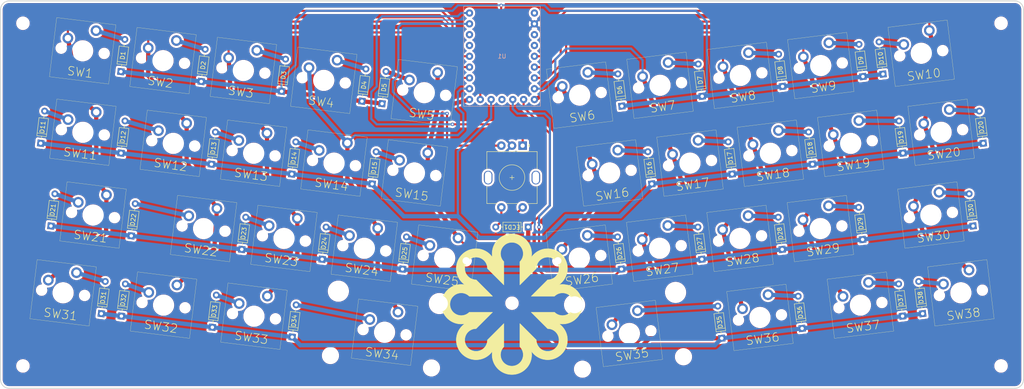
<source format=kicad_pcb>
(kicad_pcb (version 20211014) (generator pcbnew)
  (layers (0 "F.Cu" signal) (31 "B.Cu" signal) (34 "B.Paste" user) (35 "F.Paste" user) (36 "B.SilkS" user "B.Silkscreen") (37 "F.SilkS" user "F.Silkscreen") (38 "B.Mask" user) (39 "F.Mask" user) (44 "Edge.Cuts" user))
  (net 0 "")
  (net 1 "l3")
  (net 2 "Net-(D1-Pad2)")
  (net 3 "Net-(D2-Pad2)")
  (net 4 "Net-(SW3-Pad1)")
  (net 5 "Net-(D5-Pad2)")
  (net 6 "Net-(D7-Pad2)")
  (net 7 "Net-(D9-Pad2)")
  (net 8 "Net-(D10-Pad2)")
  (net 9 "l2")
  (net 10 "Net-(D18-Pad2)")
  (net 11 "Net-(D19-Pad2)")
  (net 12 "Net-(D20-Pad2)")
  (net 13 "l0")
  (net 14 "l1")
  (net 15 "Net-(D22-Pad2)")
  (net 16 "Net-(D23-Pad2)")
  (net 17 "Net-(D24-Pad2)")
  (net 18 "Net-(D25-Pad2)")
  (net 19 "Net-(D26-Pad2)")
  (net 20 "Net-(D27-Pad2)")
  (net 21 "Net-(D29-Pad2)")
  (net 22 "Net-(D30-Pad2)")
  (net 23 "Net-(SW31-Pad1)")
  (net 24 "Net-(D32-Pad2)")
  (net 25 "Net-(D34-Pad2)")
  (net 26 "Net-(D36-Pad2)")
  (net 27 "GND")
  (net 28 "c0")
  (net 29 "c1")
  (net 30 "c2")
  (net 31 "c3")
  (net 32 "c4")
  (net 33 "c5")
  (net 34 "c6")
  (net 35 "c7")
  (net 36 "c8")
  (net 37 "c9")
  (net 38 "Net-(D11-Pad2)")
  (net 39 "Net-(D12-Pad2)")
  (net 42 "Net-(D21-Pad2)")
  (net 43 "Net-(D4-Pad2)")
  (net 46 "Net-(D6-Pad2)")
  (net 47 "Net-(D8-Pad2)")
  (net 48 "Net-(D13-Pad2)")
  (net 49 "Net-(D14-Pad2)")
  (net 50 "Net-(D15-Pad2)")
  (net 51 "Net-(D16-Pad2)")
  (net 52 "Net-(D17-Pad2)")
  (net 53 "Net-(D28-Pad2)")
  (net 54 "Net-(D33-Pad2)")
  (net 55 "Net-(D35-Pad2)")
  (net 56 "Net-(D37-Pad2)")
  (net 57 "Net-(D38-Pad2)")
  (net 58 "Net-(ECD1-Pad2)")
  (net 59 "Net-(U1-Pad0)")
  (net 62 "Net-(U1-Pad1)")
  (footprint "keyb-libs:Diode" (layer "F.Cu") (at 246.367506 127.971245 97)
    (fp_text reference "D38")
    (fp_text value "Diode" hide)
  )
  (footprint "keyb-libs:Diode" (layer "F.Cu") (at 220.520797 92.859448 97)
    (fp_text reference "D18")
    (fp_text value "Diode" hide)
  )
  (footprint "keyb-libs:MX-5pin" (layer "F.Cu") (at 184.655238 112.613025 7)
    (fp_text reference "SW27")
    (fp_text value "key" hide)
  )
  (footprint "keyb-libs:Diode" (layer "F.Cu") (at 114.79688 78.053227 83)
    (fp_text reference "D4")
    (fp_text value "Diode" hide)
  )
  (footprint "MountingHole:MountingHole_2.2mm_M2" (layer "F.Cu") (at 264.757359 59.742641)
    (fp_text reference "H5" hide)
    (fp_text value "MountingHole" hide)
  )
  (footprint "keyb-libs:Diode" (layer "F.Cu") (at 86.592874 112.875584 83)
    (fp_text reference "D23")
    (fp_text value "Diode" hide)
  )
  (footprint "keyb-libs:Diode" (layer "F.Cu") (at 119.511474 78.632106 83)
    (fp_text reference "D5")
    (fp_text value "Diode" hide)
  )
  (footprint "MountingHole:MountingHole_2.2mm_M2" (layer "F.Cu") (at 150 125.51549)
    (fp_text reference "H4" hide)
    (fp_text value "MountingHole" hide)
  )
  (footprint "keyb-libs:MX-5pin" (layer "F.Cu") (at 68.240599 125.972047 -7)
    (fp_text reference "SW32")
    (fp_text value "key" hide)
  )
  (footprint "keyb-libs:Diode" (layer "F.Cu") (at 232.265504 110.560066 97)
    (fp_text reference "D29")
    (fp_text value "Diode" hide)
  )
  (footprint "keyb-libs:MX-5pin" (layer "F.Cu") (at 210.627286 90.281371 7)
    (fp_text reference "SW18")
    (fp_text value "key" hide)
  )
  (footprint "keyb-libs:Diode" (layer "F.Cu") (at 218.079941 131.444521 97)
    (fp_text reference "D36")
    (fp_text value "Diode" hide)
  )
  (footprint "keyb-libs:MX-5pin" (layer "F.Cu") (at 89.372713 90.281371 -7)
    (fp_text reference "SW13")
    (fp_text value "key" hide)
  )
  (footprint "keyb-libs:Diode" (layer "F.Cu") (at 213.407127 112.875584 97)
    (fp_text reference "D28")
    (fp_text value "Diode" hide)
  )
  (footprint "keyb-libs:MX-5pin" (layer "F.Cu") (at 208.18643 128.866444 7)
    (fp_text reference "SW36")
    (fp_text value "key" hide)
  )
  (footprint "keyb-libs:MX-5pin" (layer "F.Cu") (at 134.203138 114.928542 -7)
    (fp_text reference "SW25")
    (fp_text value "key" hide)
  )
  (footprint "keyb-libs:Diode" (layer "F.Cu") (at 117.195957 97.490483 83)
    (fp_text reference "D15")
    (fp_text value "Diode" hide)
  )
  (footprint "keyb-libs:Diode" (layer "F.Cu") (at 232.349062 72.264433 97)
    (fp_text reference "D9")
    (fp_text value "Diode" hide)
  )
  (footprint "keyb-libs:MX-5pin" (layer "F.Cu") (at 191.768909 92.596889 7)
    (fp_text reference "SW17")
    (fp_text value "key" hide)
  )
  (footprint "keyb-libs:MX-5pin" (layer "F.Cu") (at 115.344761 112.613025 -7)
    (fp_text reference "SW24")
    (fp_text value "key" hide)
  )
  (footprint "keyb-libs:Diode" (layer "F.Cu") (at 237.063656 71.685554 97)
    (fp_text reference "D10")
    (fp_text value "Diode" hide)
  )
  (footprint "MountingHole:MountingHole_2.2mm_M2" (layer "F.Cu") (at 35.24264 59.74264)
    (fp_text reference "H3" hide)
    (fp_text value "MountingHole" hide)
  )
  (footprint "keyb-libs:MX-5pin" (layer "F.Cu") (at 129.404985 76.05403 -7)
    (fp_text reference "SW5")
    (fp_text value "key" hide)
  )
  (footprint "keyb-libs:MX-5pin" (layer "F.Cu") (at 222.455551 69.686356 7)
    (fp_text reference "SW9")
    (fp_text value "key" hide)
  )
  (footprint "keyb-libs:Diode" (layer "F.Cu") (at 213.490685 74.579951 97)
    (fp_text reference "D8")
    (fp_text value "Diode" hide)
  )
  (footprint "keyb-libs:Diode" (layer "F.Cu") (at 241.652912 128.550124 97)
    (fp_text reference "D37")
    (fp_text value "Diode" hide)
  )
  (footprint "keyb-libs:MX-5pin_stab" (layer "F.Cu") (at 177.541567 132.62916 7)
    (fp_text reference "SW35")
    (fp_text value "key" hide)
  )
  (footprint "keyb-libs:Diode" (layer "F.Cu") (at 105.451251 115.191101 83)
    (fp_text reference "D24")
    (fp_text value "Diode" hide)
  )
  (footprint "keyb-libs:Diode" (layer "F.Cu") (at 98.33758 95.174966 83)
    (fp_text reference "D14")
    (fp_text value "Diode" hide)
  )
  (footprint "keyb-libs:Diode" (layer "F.Cu") (at 95.938503 75.737709 83)
    (fp_text reference "D3")
    (fp_text value "Diode" hide)
  )
  (footprint "keyb-libs:MX-5pin" (layer "F.Cu") (at 70.514337 87.965854 -7)
    (fp_text reference "SW12")
    (fp_text value "key" hide)
  )
  (footprint "keyb-libs:MX-5pin" (layer "F.Cu") (at 105.832014 73.159633 -7)
    (fp_text reference "SW4")
    (fp_text value "key" hide)
  )
  (footprint "keyb-libs:MX-5pin" (layer "F.Cu") (at 203.597174 72.001874 7)
    (fp_text reference "SW8")
    (fp_text value "key" hide)
  )
  (footprint "keyb-libs:Diode" (layer "F.Cu") (at 260.594848 87.938973 97)
    (fp_text reference "D20")
    (fp_text value "Diode" hide)
  )
  (footprint "keyb-libs:MX-5pin" (layer "F.Cu") (at 222.371992 107.98199 7)
    (fp_text reference "SW29")
    (fp_text value "key" hide)
  )
  (footprint "keyb-libs:Diode" (layer "F.Cu") (at 53.632494 127.971245 83)
    (fp_text reference "D31")
    (fp_text value "Diode" hide)
  )
  (footprint "keyb-libs:MX-5pin" (layer "F.Cu") (at 77.628007 107.98199 -7)
    (fp_text reference "SW22")
    (fp_text value "key" hide)
  )
  (footprint "keyb-libs:MX-5pin" (layer "F.Cu") (at 229.485663 87.965854 7)
    (fp_text reference "SW19")
    (fp_text value "key" hide)
  )
  (footprint "keyb-libs:MX-5pin" (layer "F.Cu") (at 127.089467 94.912406 -7)
    (fp_text reference "SW15")
    (fp_text value "key" hide)
  )
  (footprint "keyb-libs:Diode" (layer "F.Cu") (at 79.68683 131.170315 83)
    (fp_text reference "D33")
    (fp_text value "Diode" hide)
  )
  (footprint "keyb-libs:MX-5pin" (layer "F.Cu") (at 51.697739 104.798153 -7)
    (fp_text reference "SW21")
    (fp_text value "key" hide)
  )
  (footprint "keyb-libs:MX-5pin" (layer "F.Cu") (at 49.256883 66.21308 -7)
    (fp_text reference "SW1")
    (fp_text value "key" hide)
  )
  (footprint "keyb-libs:Diode" (layer "F.Cu") (at 241.736471 90.254491 97)
    (fp_text reference "D19")
    (fp_text value "Diode" hide)
  )
  (footprint "keyb-libs:MX-5pin" (layer "F.Cu") (at 108.23109 92.596889 -7)
    (fp_text reference "SW14")
    (fp_text value "key" hide)
  )
  (footprint "keyb-libs:Diode" (layer "F.Cu") (at 194.54875 115.191101 97)
    (fp_text reference "D27")
    (fp_text value "Diode" hide)
  )
  (footprint "keyb-libs:MX-5pin" (layer "F.Cu") (at 246.028522 66.791959 7)
    (fp_text reference "SW10")
    (fp_text value "key" hide)
  )
  (footprint "keyb-libs:Diode" (layer "F.Cu") (at 58.221749 71.106674 83)
    (fp_text reference "D1")
    (fp_text value "Diode" hide)
  )
  (footprint "keyb-libs:Diode" (layer "F.Cu") (at 175.690373 117.506619 97)
    (fp_text reference "D26")
    (fp_text value "Diode" hide)
  )
  (footprint "keyb-libs:MX-5pin" (layer "F.Cu") (at 172.910532 94.912406 7)
    (fp_text reference "SW16")
    (fp_text value "key" hide)
  )
  (footprint "keyb-libs:MX-5pin" (layer "F.Cu") (at 184.738797 74.317391 7)
    (fp_text reference "SW7")
    (fp_text value "key" hide)
  )
  (footprint "keyb-libs:Diode" (layer "F.Cu") (at 153.81 107.62 180)
    (fp_text reference "ECD1")
    (fp_text value "Diode" hide)
  )
  (footprint "keyb-libs:Diode" (layer "F.Cu") (at 60.662606 109.691747 83)
    (fp_text reference "D22")
    (fp_text value "Diode" hide)
  )
  (footprint "keyb-libs:MX-5pin" (layer "F.Cu") (at 203.513615 110.297507 7)
    (fp_text reference "SW28")
    (fp_text value "key" hide)
  )
  (footprint "keyb-libs:Diode" (layer "F.Cu") (at 201.66242 95.174966 97)
    (fp_text reference "D17")
    (fp_text value "Diode" hide)
  )
  (footprint "keyb-libs:MX-5pin_stab" (layer "F.Cu") (at 120.101135 132.339721 -7)
    (fp_text reference "SW34")
    (fp_text value "key" hide)
  )
  (footprint "keyb-libs:Diode" (layer "F.Cu") (at 39.405152 87.938973 83)
    (fp_text reference "D11")
    (fp_text value "Diode" hide)
  )
  (footprint "keyb-libs:MX-5pin" (layer "F.Cu") (at 250.701337 85.360897 7)
    (fp_text reference "SW20")
    (fp_text value "key" hide)
  )
  (footprint "keyb-libs:MX-5pin" (layer "F.Cu") (at 86.973637 70.844115 -7)
    (fp_text reference "SW3")
    (fp_text value "key" hide)
  )
  (footprint "keyb-libs:Diode" (layer "F.Cu") (at 79.479203 92.859448 83)
    (fp_text reference "D13")
    (fp_text value "Diode" hide)
  )
  (footprint "keyb-libs:Diode" (layer "F.Cu") (at 199.221564 133.760039 97)
    (fp_text reference "D35")
    (fp_text value "Diode" hide)
  )
  (footprint "keyb-libs:Diode" (layer "F.Cu") (at 258.195772 107.37623 97)
    (fp_text reference "D30")
    (fp_text value "Diode" hide)
  )
  (footprint "MountingHole:MountingHole_2.2mm_M2" (layer "F.Cu") (at 35.24264 140.25736)
    (fp_text reference "H1" hide)
    (fp_text value "MountingHole" hide)
  )
  (footprint "keyb-libs:MX-5pin" (layer "F.Cu") (at 68.11526 68.528598 -7)
    (fp_text reference "SW2")
    (fp_text value "key" hide)
  )
  (footprint "keyb-libs:Diode" (layer "F.Cu") (at 98.421139 133.470599 83)
    (fp_text reference "D34")
    (fp_text value "Diode" hide)
  )
  (footprint "keyb-libs:MX-5pin" (layer "F.Cu") (at 96.486384 110.297507 -7)
    (fp_text reference "SW23")
    (fp_text value "key" hide)
  )
  (footprint "keyb-libs:MX-5pin" (layer "F.Cu") (at 49.298663 85.360897 -7)
    (fp_text reference "SW11")
    (fp_text value "key" hide)
  )
  (footprint "keyb-libs:Diode" (layer "F.Cu") (at 124.309628 117.506619 83)
    (fp_text reference "D25")
    (fp_text value "Diode" hide)
  )
  (footprint "keyb-libs:Diode" (layer "F.Cu") (at 58.347088 128.550124 83)
    (fp_text reference "D32")
    (fp_text value "Diode" hide)
  )
  (footprint "keyb-libs:MX-5pin" (layer "F.Cu") (at 44.667628 123.07765 -7)
    (fp_text reference "SW31")
    (fp_text value "key" hide)
  )
  (footprint "MountingHole:MountingHole_2.2mm_M2" (layer "F.Cu") (at 264.7574 140.2574)
    (fp_text reference "H2" hide)
    (fp_text value "MountingHole" hide)
  )
  (footprint "keyb-libs:MX-5pin" (layer "F.Cu") (at 89.456273 128.577005 -7)
    (fp_text reference "SW33")
    (fp_text value "key" hide)
  )
  (footprint "keyb-libs:Diode" (layer "F.Cu") (at 182.804043 97.490483 97)
    (fp_text reference "D16")
    (fp_text value "Diode" hide)
  )
  (footprint "keyb-libs:Diode" (layer "F.Cu") (at 77.080126 73.422192 83)
    (fp_text reference "D2")
    (fp_text value "Diode" hide)
  )
  (footprint "keyb-libs:RotaryEncoder_EC11" (layer "F.Cu") (at 150 96 -90)
    (fp_text reference "EC1")
    (fp_text value "EC11-MX-Alps")
  )
  (footprint "keyb-libs:Diode" (layer "F.Cu") (at 41.804229 107.37623 83)
    (fp_text reference "D21")
    (fp_text value "Diode" hide)
  )
  (footprint "keyb-libs:MX-5pin" (layer "F.Cu") (at 248.30226 104.798153 7)
    (fp_text reference "SW30")
    (fp_text value "key" hide)
  )
  (footprint "keyb-libs:Diode" (layer "F.Cu") (at 175.773932 79.210986 97)
    (fp_text reference "D6")
    (fp_text value "Diode" hide)
  )
  (footprint "keyb-libs:MX-5pin" (layer "F.Cu") (at 255.332372 123.07765 7)
    (fp_text reference "SW38")
    (fp_text value "key" hide)
  )
  (footprint "keyb-libs:Diode" (layer "F.Cu") (at 194.632309 76.895468 97)
    (fp_text reference "D7")
    (fp_text value "Diode" hide)
  )
  (footprint "keyb-libs:MX-5pin" (layer "F.Cu") (at 231.759401 125.972047 7)
    (fp_text reference "SW37")
    (fp_text value "key" hide)
  )
  (footprint "keyb-libs:MX-5pin" (layer "F.Cu") (at 165.880421 76.632909 7)
    (fp_text reference "SW6")
    (fp_text value "key" hide)
  )
  (footprint "keyb-libs:Diode" (layer "F.Cu") (at 58.263529 90.254491 83)
    (fp_text reference "D12")
    (fp_text value "Diode" hide)
  )
  (footprint "keyb-libs:MX-5pin" (layer "F.Cu") (at 165.796861 114.928542 7)
    (fp_text reference "SW26")
    (fp_text value "key" hide)
  )
  (footprint "keyb-libs:RP2040" (layer "B.Cu") (at 147.642703 67.5 180)
    (fp_text reference "U1")
    (fp_text value "RP2040")
  )
  (gr_poly (pts (xy 150.206198 109.243515) (xy 150.435727 109.26034) (xy 150.662892 109.288224) (xy 150.887378 109.327035) (xy 151.108868 109.376644) (xy 151.327047 109.43692) (xy 151.5416 109.507734) (xy 151.752209 109.588954) (xy 151.958559 109.680451) (xy 152.160335 109.782095) (xy 152.357221 109.893755) (xy 152.5489 110.015301) (xy 152.735057 110.146603) (xy 152.915376 110.287531) (xy 153.089541 110.437954) (xy 153.257237 110.597743) (xy 153.458649 110.812294) (xy 153.644079 111.03668) (xy 153.813474 111.270089) (xy 153.96678 111.511705) (xy 154.103945 111.760715) (xy 154.224916 112.016306) (xy 154.329641 112.277664) (xy 154.418066 112.543974) (xy 154.490139 112.814423) (xy 154.545807 113.088198) (xy 154.585017 113.364485) (xy 154.607716 113.64247) (xy 154.613852 113.921338) (xy 154.603372 114.200277) (xy 154.576223 114.478473) (xy 154.532351 114.755112) (xy 154.696953 114.528455) (xy 154.874477 114.312529) (xy 155.06431 114.107868) (xy 155.26584 113.915012) (xy 155.478455 113.734496) (xy 155.701541 113.566859) (xy 155.934487 113.412638) (xy 156.176679 113.272369) (xy 156.427506 113.14659) (xy 156.686354 113.035839) (xy 156.952611 112.940652) (xy 157.225664 112.861568) (xy 157.504901 112.799122) (xy 157.78971 112.753853) (xy 158.079477 112.726297) (xy 158.37359 112.716993) (xy 158.612147 112.723045) (xy 158.847615 112.741007) (xy 159.079698 112.770585) (xy 159.308103 112.811483) (xy 159.532535 112.86341) (xy 159.752702 112.926069) (xy 159.968308 112.999169) (xy 160.17906 113.082414) (xy 160.384663 113.17551) (xy 160.584825 113.278165) (xy 160.77925 113.390083) (xy 160.967645 113.510971) (xy 161.149716 113.640535) (xy 161.325169 113.778481) (xy 161.493709 113.924516) (xy 161.655044 114.078344) (xy 161.808878 114.239672) (xy 161.954918 114.408207) (xy 162.09287 114.583653) (xy 162.22244 114.765719) (xy 162.343334 114.954108) (xy 162.455257 115.148528) (xy 162.557917 115.348684) (xy 162.651018 115.554283) (xy 162.734268 115.765031) (xy 162.807371 115.980633) (xy 162.870034 116.200796) (xy 162.921963 116.425226) (xy 162.962864 116.653628) (xy 162.992443 116.885709) (xy 163.010406 117.121176) (xy 163.016459 117.359733) (xy 163.014131 117.507006) (xy 163.007189 117.653273) (xy 162.995702 117.798458) (xy 162.979735 117.942485) (xy 162.934632 118.22676) (xy 162.872415 118.50549) (xy 162.793619 118.778064) (xy 162.698778 119.043875) (xy 162.588427 119.302312) (xy 162.463101 119.552767) (xy 162.323335 119.79463) (xy 162.169664 120.027292) (xy 162.002623 120.250144) (xy 161.822745 120.462577) (xy 161.630567 120.663981) (xy 161.426623 120.853748) (xy 161.211448 121.031268) (xy 160.985576 121.195932) (xy 161.091948 121.177337) (xy 161.19895 121.161186) (xy 161.306553 121.147491) (xy 161.414734 121.136263) (xy 161.523465 121.127511) (xy 161.632722 121.121246) (xy 161.742478 121.11748) (xy 161.852708 121.116222) (xy 162.084306 121.121858) (xy 162.313851 121.138679) (xy 162.541028 121.166557) (xy 162.765523 121.20536) (xy 162.987019 121.254959) (xy 163.205204 121.315224) (xy 163.419761 121.386026) (xy 163.630375 121.467234) (xy 163.836733 121.558719) (xy 164.038518 121.660351) (xy 164.235417 121.772) (xy 164.427113 121.893536) (xy 164.613293 122.02483) (xy 164.793641 122.165751) (xy 164.967842 122.316171) (xy 165.135582 122.475958) (xy 165.299975 122.648923) (xy 165.453764 122.828124) (xy 165.596947 123.013145) (xy 165.729525 123.20357) (xy 165.851497 123.398984) (xy 165.962863 123.598972) (xy 166.063624 123.803116) (xy 166.153779 124.011002) (xy 166.233328 124.222214) (xy 166.302271 124.436335) (xy 166.360608 124.652951) (xy 166.408339 124.871646) (xy 166.445465 125.092004) (xy 166.471983 125.313609) (xy 166.487896 125.536045) (xy 166.493202 125.758897) (xy 166.487902 125.981749) (xy 166.471996 126.204185) (xy 166.445482 126.42579) (xy 166.408363 126.646147) (xy 166.360636 126.864842) (xy 166.302303 127.081458) (xy 166.233363 127.29558) (xy 166.153816 127.506792) (xy 166.063662 127.714678) (xy 165.9629 127.918822) (xy 165.851532 128.118809) (xy 165.729557 128.314223) (xy 165.596974 128.504649) (xy 165.453784 128.68967) (xy 165.299987 128.868871) (xy 165.135582 129.041836) (xy 164.967843 129.201603) (xy 164.793642 129.352011) (xy 164.613295 129.492928) (xy 164.427116 129.624223) (xy 164.23542 129.745767) (xy 164.038522 129.857427) (xy 163.836736 129.959074) (xy 163.630379 130.050576) (xy 163.419764 130.131803) (xy 163.205207 130.202624) (xy 162.987022 130.262908) (xy 162.765525 130.312525) (xy 162.54103 130.351343) (xy 162.313852 130.379232) (xy 162.084307 130.396062) (xy 161.852708 130.401701) (xy 161.742515 130.400443) (xy 161.632776 130.396675) (xy 161.523522 130.390405) (xy 161.414782 130.381644) (xy 161.306588 130.370401) (xy 161.198969 130.356683) (xy 161.091956 130.3405) (xy 160.985579 130.321862) (xy 161.21147 130.486548) (xy 161.426657 130.664084) (xy 161.630606 130.853862) (xy 161.822782 131.055275) (xy 162.002652 131.267712) (xy 162.169682 131.490567) (xy 162.323338 131.72323) (xy 162.463087 131.965093) (xy 162.588394 132.215548) (xy 162.698725 132.473986) (xy 162.793547 132.739799) (xy 162.872326 133.012378) (xy 162.934527 133.291116) (xy 162.979618 133.575403) (xy 163.007064 133.864631) (xy 163.016331 134.158192) (xy 163.010279 134.396749) (xy 162.992317 134.632214) (xy 162.962739 134.864294) (xy 162.921841 135.092694) (xy 162.869914 135.317121) (xy 162.807254 135.537281) (xy 162.734155 135.752879) (xy 162.65091 135.963622) (xy 162.557813 136.169216) (xy 162.455159 136.369368) (xy 162.343241 136.563782) (xy 162.222352 136.752166) (xy 162.092788 136.934226) (xy 161.954842 137.109667) (xy 161.808808 137.278195) (xy 161.65498 137.439517) (xy 161.493652 137.59334) (xy 161.325117 137.739368) (xy 161.14967 137.877308) (xy 160.967605 138.006866) (xy 160.779216 138.127749) (xy 160.584796 138.239662) (xy 160.38464 138.342311) (xy 160.179041 138.435403) (xy 159.968294 138.518643) (xy 159.752691 138.591739) (xy 159.532529 138.654395) (xy 159.308099 138.706319) (xy 159.079697 138.747215) (xy 158.847616 138.77679) (xy 158.61215 138.794751) (xy 158.373593 138.800804) (xy 158.226031 138.798466) (xy 158.07948 138.791498) (xy 157.934014 138.779966) (xy 157.789712 138.763938) (xy 157.504904 138.718663) (xy 157.225666 138.65621) (xy 156.952613 138.577118) (xy 156.686356 138.481923) (xy 156.427508 138.371164) (xy 156.176681 138.245378) (xy 155.934489 138.105104) (xy 155.701543 137.950879) (xy 155.478456 137.783242) (xy 155.265842 137.602729) (xy 155.064311 137.409879) (xy 154.874478 137.20523) (xy 154.696954 136.989319) (xy 154.532353 136.762684) (xy 154.576224 137.039322) (xy 154.603374 137.317518) (xy 154.613855 137.596457) (xy 154.60772 137.875325) (xy 154.585022 138.15331) (xy 154.545815 138.429596) (xy 154.490151 138.703371) (xy 154.418084 138.97382) (xy 154.329665 139.240131) (xy 154.224949 139.501488) (xy 154.103988 139.757079) (xy 153.966836 140.006089) (xy 153.813544 140.247705) (xy 153.644167 140.481113) (xy 153.458757 140.7055) (xy 153.257367 140.920051) (xy 153.089627 141.07984) (xy 152.915426 141.230263) (xy 152.735077 141.371191) (xy 152.548897 141.502493) (xy 152.357198 141.62404) (xy 152.160297 141.7357) (xy 151.958508 141.837343) (xy 151.752145 141.92884) (xy 151.541523 142.010061) (xy 151.326958 142.080874) (xy 151.108763 142.14115) (xy 150.887253 142.190759) (xy 150.662743 142.229571) (xy 150.435549 142.257454) (xy 150.205983 142.27428) (xy 149.974362 142.279917) (xy 149.742787 142.27428) (xy 149.513261 142.257454) (xy 149.286101 142.229571) (xy 149.061622 142.190759) (xy 148.840137 142.14115) (xy 148.621963 142.080874) (xy 148.407415 142.010061) (xy 148.196807 141.92884) (xy 147.990455 141.837343) (xy 147.788674 141.7357) (xy 147.591778 141.62404) (xy 147.400084 141.502493) (xy 147.213906 141.371191) (xy 147.033558 141.230263) (xy 146.859358 141.07984) (xy 146.691618 140.920051) (xy 146.490205 140.705523) (xy 146.304775 140.481156) (xy 146.135381 140.247765) (xy 145.982074 140.006163) (xy 145.844909 139.757163) (xy 145.723938 139.50158) (xy 145.619213 139.240227) (xy 145.530787 138.973919) (xy 145.458714 138.703468) (xy 145.403046 138.429688) (xy 145.363836 138.153394) (xy 145.341137 137.875399) (xy 145.335001 137.596517) (xy 145.345481 137.317561) (xy 145.37263 137.039346) (xy 145.416501 136.762684) (xy 145.251921 136.989319) (xy 145.074413 137.20523) (xy 144.884591 137.409879) (xy 144.683066 137.602729) (xy 144.470452 137.783242) (xy 144.247362 137.950879) (xy 144.014409 138.105104) (xy 143.772206 138.245378) (xy 143.521366 138.371164) (xy 143.262501 138.481923) (xy 142.996226 138.577118) (xy 142.723152 138.65621) (xy 142.443893 138.718663) (xy 142.159062 138.763938) (xy 141.869271 138.791498) (xy 141.575134 138.800804) (xy 141.336577 138.794751) (xy 141.101112 138.776789) (xy 140.869032 138.747212) (xy 140.640632 138.706313) (xy 140.416206 138.654387) (xy 140.196046 138.591728) (xy 139.980448 138.518629) (xy 139.769705 138.435384) (xy 139.56411 138.342289) (xy 139.363959 138.239635) (xy 139.169545 138.127718) (xy 138.981161 138.006831) (xy 138.799101 137.877269) (xy 138.62366 137.739325) (xy 138.455132 137.593294) (xy 138.29381 137.439468) (xy 138.139987 137.278143) (xy 137.993959 137.109612) (xy 137.856019 136.934169) (xy 137.726461 136.752109) (xy 137.605578 136.563724) (xy 137.493665 136.36931) (xy 137.391016 136.169159) (xy 137.297924 135.963567) (xy 137.214683 135.752826) (xy 137.141588 135.537232) (xy 137.078931 135.317077) (xy 137.027008 135.092656) (xy 136.986112 134.864264) (xy 136.956536 134.632193) (xy 136.938575 134.396737) (xy 136.932523 134.158192) (xy 136.934851 134.010919) (xy 136.94179 133.864652) (xy 136.953274 133.719467) (xy 136.969236 133.575439) (xy 137.014326 133.291163) (xy 137.076527 133.012432) (xy 137.155303 132.739855) (xy 137.250123 132.474042) (xy 137.36045 132.2156) (xy 137.485751 131.96514) (xy 137.625493 131.72327) (xy 137.779141 131.490599) (xy 137.946161 131.267737) (xy 138.126018 131.055291) (xy 138.31818 130.853872) (xy 138.522112 130.664088) (xy 138.737279 130.486549) (xy 138.963148 130.321862) (xy 138.856776 130.3405) (xy 138.749775 130.356683) (xy 138.642172 130.370401) (xy 138.533991 130.381644) (xy 138.42526 130.390405) (xy 138.316004 130.396675) (xy 138.206248 130.400443) (xy 138.096018 130.401701) (xy 137.864442 130.396062) (xy 137.634917 130.379232) (xy 137.407757 130.351343) (xy 137.183277 130.312525) (xy 136.961792 130.262908) (xy 136.743618 130.202624) (xy 136.529069 130.131803) (xy 136.318461 130.050576) (xy 136.112109 129.959074) (xy 135.910328 129.857427) (xy 135.713432 129.745767) (xy 135.521738 129.624223) (xy 135.33556 129.492928) (xy 135.155213 129.352011) (xy 134.981012 129.201603) (xy 134.813272 129.041836) (xy 134.653484 128.874075) (xy 134.50306 128.699858) (xy 134.362132 128.519499) (xy 134.23083 128.333311) (xy 134.109284 128.14161) (xy 133.997624 127.94471) (xy 133.895981 127.742924) (xy 133.804484 127.536566) (xy 133.723263 127.325951) (xy 133.65245 127.111393) (xy 133.592174 126.893206) (xy 133.542565 126.671705) (xy 133.503754 126.447202) (xy 133.47587 126.220014) (xy 133.459044 125.990452) (xy 133.45341 125.758961) (xy 135.432356 125.758961) (xy 135.435402 125.886699) (xy 135.44454 126.014201) (xy 135.459771 126.14123) (xy 135.481093 126.26755) (xy 135.508508 126.392923) (xy 135.542015 126.517113) (xy 135.581614 126.639884) (xy 135.627305 126.760999) (xy 135.679089 126.880221) (xy 135.736964 126.997315) (xy 135.800932 127.112043) (xy 135.870992 127.224169) (xy 135.947144 127.333456) (xy 136.029389 127.439668) (xy 136.117725 127.542568) (xy 136.212154 127.64192) (xy 136.311505 127.736349) (xy 136.414406 127.824685) (xy 136.520618 127.906929) (xy 136.629905 127.983082) (xy 136.742031 128.053142) (xy 136.856759 128.117109) (xy 136.973853 128.174985) (xy 137.093075 128.226768) (xy 137.21419 128.27246) (xy 137.336961 128.312059) (xy 137.461151 128.345566) (xy 137.586525 128.372981) (xy 137.712844 128.394303) (xy 137.839873 128.409534) (xy 137.967375 128.418672) (xy 138.095113 128.421718) (xy 138.222852 128.418672) (xy 138.350354 128.409534) (xy 138.477383 128.394303) (xy 138.603702 128.372981) (xy 138.729076 128.345566) (xy 138.853266 128.312059) (xy 138.976037 128.27246) (xy 139.097152 128.226768) (xy 139.216374 128.174985) (xy 139.333468 128.117109) (xy 139.448196 128.053142) (xy 139.560322 127.983082) (xy 139.669609 127.906929) (xy 139.775821 127.824685) (xy 139.878722 127.736349) (xy 139.978074 127.64192) (xy 145.42774 127.64192) (xy 141.574358 131.495303) (xy 141.437335 131.498767) (xy 141.30211 131.509049) (xy 141.168851 131.525981) (xy 141.037725 131.549396) (xy 140.9089 131.579126) (xy 140.782542 131.615005) (xy 140.65882 131.656864) (xy 140.537901 131.704538) (xy 140.419951 131.757858) (xy 140.305138 131.816657) (xy 140.19363 131.880768) (xy 140.085593 131.950024) (xy 139.981196 132.024257) (xy 139.880605 132.103301) (xy 139.783988 132.186987) (xy 139.691511 132.275149) (xy 139.603343 132.367619) (xy 139.519651 132.464231) (xy 139.440602 132.564816) (xy 139.366363 132.669207) (xy 139.297102 132.777238) (xy 139.232985 132.888741) (xy 139.174181 133.003549) (xy 139.120856 133.121494) (xy 139.073178 133.242409) (xy 139.031315 133.366127) (xy 138.995433 133.492481) (xy 138.965699 133.621304) (xy 138.942282 133.752427) (xy 138.925349 133.885684) (xy 138.915066 134.020908) (xy 138.911601 134.157931) (xy 138.915066 134.294966) (xy 138.925349 134.430203) (xy 138.942282 134.563472) (xy 138.965699 134.694608) (xy 138.995432 134.823442) (xy 139.031314 134.949808) (xy 139.073177 135.073537) (xy 139.120854 135.194464) (xy 139.174178 135.312421) (xy 139.232981 135.427239) (xy 139.297096 135.538753) (xy 139.366356 135.646795) (xy 139.440593 135.751196) (xy 139.51964 135.851791) (xy 139.60333 135.948412) (xy 139.691495 136.040892) (xy 139.783968 136.129062) (xy 139.880582 136.212757) (xy 139.981169 136.291808) (xy 140.085562 136.366049) (xy 140.193593 136.435312) (xy 140.305096 136.49943) (xy 140.419903 136.558235) (xy 140.537846 136.61156) (xy 140.658759 136.659239) (xy 140.782473 136.701103) (xy 140.908822 136.736985) (xy 141.037639 136.766718) (xy 141.168755 136.790136) (xy 141.302003 136.807069) (xy 141.437217 136.817352) (xy 141.574229 136.820817) (xy 141.711264 136.817352) (xy 141.8465 136.807069) (xy 141.97977 136.790136) (xy 142.110905 136.766719) (xy 142.239739 136.736985) (xy 142.366105 136.701103) (xy 142.489835 136.65924) (xy 142.610761 136.611562) (xy 142.728718 136.558238) (xy 142.843537 136.499434) (xy 142.95505 136.435317) (xy 143.063092 136.366056) (xy 143.167494 136.291817) (xy 143.268089 136.212768) (xy 143.36471 136.129076) (xy 143.457189 136.040908) (xy 143.54536 135.948432) (xy 143.629054 135.851815) (xy 143.708106 135.751224) (xy 143.782347 135.646827) (xy 143.85161 135.53879) (xy 143.915727 135.427282) (xy 143.974533 135.312469) (xy 144.027858 135.19452) (xy 144.075536 135.0736) (xy 144.117401 134.949878) (xy 144.153283 134.823521) (xy 144.183016 134.694695) (xy 144.206434 134.56357) (xy 144.223367 134.430311) (xy 144.23365 134.295086) (xy 144.237115 134.158062) (xy 148.090626 130.304421) (xy 148.090626 135.754218) (xy 147.996186 135.853559) (xy 147.907839 135.956449) (xy 147.825584 136.062653) (xy 147.749423 136.171933) (xy 147.679354 136.284052) (xy 147.615378 136.398775) (xy 147.557495 136.515865) (xy 147.505706 136.635084) (xy 147.460009 136.756196) (xy 147.420405 136.878965) (xy 147.386894 137.003154) (xy 147.359475 137.128527) (xy 147.33815 137.254845) (xy 147.322918 137.381874) (xy 147.313778 137.509376) (xy 147.310732 137.637115) (xy 147.313778 137.764854) (xy 147.322918 137.892356) (xy 147.33815 138.019384) (xy 147.359475 138.145703) (xy 147.386894 138.271075) (xy 147.420405 138.395264) (xy 147.460009 138.518033) (xy 147.505706 138.639146) (xy 147.557495 138.758365) (xy 147.615378 138.875454) (xy 147.679354 138.990177) (xy 147.749423 139.102297) (xy 147.825584 139.211577) (xy 147.907839 139.31778) (xy 147.996186 139.420671) (xy 148.090626 139.520011) (xy 148.189978 139.614451) (xy 148.292878 139.702798) (xy 148.399091 139.785053) (xy 148.508378 139.861214) (xy 148.620504 139.931282) (xy 148.735232 139.995258) (xy 148.852326 140.053141) (xy 148.971548 140.10493) (xy 149.092663 140.150627) (xy 149.215434 140.190231) (xy 149.339625 140.223742) (xy 149.464998 140.25116) (xy 149.591317 140.272485) (xy 149.718346 140.287717) (xy 149.845848 140.296857) (xy 149.973587 140.299903) (xy 150.101325 140.296857) (xy 150.228827 140.287717) (xy 150.355856 140.272485) (xy 150.482175 140.25116) (xy 150.607548 140.223742) (xy 150.731739 140.190231) (xy 150.85451 140.150627) (xy 150.975625 140.10493) (xy 151.094847 140.053141) (xy 151.211941 139.995258) (xy 151.326669 139.931282) (xy 151.438795 139.861214) (xy 151.548082 139.785053) (xy 151.654294 139.702798) (xy 151.757194 139.614451) (xy 151.856546 139.520011) (xy 151.950974 139.420659) (xy 152.039311 139.317759) (xy 152.121555 139.211547) (xy 152.197707 139.102259) (xy 152.267767 138.990133) (xy 152.331735 138.875405) (xy 152.38961 138.758311) (xy 152.441393 138.639088) (xy 152.487085 138.517973) (xy 152.526684 138.395202) (xy 152.560191 138.271012) (xy 152.587605 138.145639) (xy 152.608928 138.019319) (xy 152.624158 137.89229) (xy 152.633297 137.764788) (xy 152.636343 137.63705) (xy 152.633297 137.509311) (xy 152.624158 137.381809) (xy 152.608928 137.25478) (xy 152.587605 137.128461) (xy 152.560191 137.003088) (xy 152.526684 136.878897) (xy 152.487085 136.756126) (xy 152.441393 136.635011) (xy 152.38961 136.515789) (xy 152.331735 136.398695) (xy 152.267767 136.283967) (xy 152.197707 136.171841) (xy 152.121555 136.062554) (xy 152.039311 135.956342) (xy 151.950974 135.853442) (xy 151.856546 135.75409) (xy 151.856546 130.304424) (xy 155.710057 134.158064) (xy 155.713521 134.295087) (xy 155.723803 134.430311) (xy 155.740735 134.563568) (xy 155.76415 134.694691) (xy 155.79388 134.823513) (xy 155.829759 134.949867) (xy 155.871619 135.073585) (xy 155.919292 135.194501) (xy 155.972612 135.312446) (xy 156.031411 135.427253) (xy 156.095522 135.538756) (xy 156.164778 135.646787) (xy 156.239011 135.751179) (xy 156.318055 135.851764) (xy 156.401741 135.948375) (xy 156.489903 136.040846) (xy 156.582373 136.129008) (xy 156.678985 136.212694) (xy 156.77957 136.291737) (xy 156.883961 136.365971) (xy 156.991992 136.435226) (xy 157.103495 136.499338) (xy 157.218303 136.558137) (xy 157.336248 136.611457) (xy 157.457163 136.65913) (xy 157.580881 136.70099) (xy 157.707235 136.736868) (xy 157.836058 136.766599) (xy 157.967181 136.790014) (xy 158.100438 136.806946) (xy 158.235662 136.817227) (xy 158.372685 136.820692) (xy 158.50972 136.817227) (xy 158.644956 136.806946) (xy 158.778226 136.790014) (xy 158.909361 136.766599) (xy 159.038195 136.736868) (xy 159.164561 136.70099) (xy 159.288291 136.65913) (xy 159.409218 136.611457) (xy 159.527174 136.558137) (xy 159.641993 136.499338) (xy 159.753507 136.435226) (xy 159.861548 136.365971) (xy 159.96595 136.291737) (xy 160.066545 136.212694) (xy 160.163166 136.129008) (xy 160.255646 136.040846) (xy 160.343817 135.948375) (xy 160.427511 135.851764) (xy 160.506563 135.751179) (xy 160.580804 135.646787) (xy 160.650067 135.538756) (xy 160.714184 135.427253) (xy 160.77299 135.312446) (xy 160.826315 135.194501) (xy 160.873994 135.073585) (xy 160.915858 134.949867) (xy 160.95174 134.823513) (xy 160.981474 134.694691) (xy 161.004891 134.563568) (xy 161.021825 134.430311) (xy 161.032108 134.295087) (xy 161.035573 134.158064) (xy 161.032108 134.021029) (xy 161.021825 133.885794) (xy 161.004891 133.752526) (xy 160.981474 133.621393) (xy 160.951741 133.492562) (xy 160.915859 133.3662) (xy 160.873995 133.242474) (xy 160.826317 133.121552) (xy 160.772993 133.0036) (xy 160.714188 132.888786) (xy 160.650072 132.777278) (xy 160.580811 132.669242) (xy 160.506572 132.564846) (xy 160.427522 132.464257) (xy 160.34383 132.367642) (xy 160.255662 132.275168) (xy 160.163186 132.187003) (xy 160.066569 132.103315) (xy 159.965978 132.024269) (xy 159.86158 131.950034) (xy 159.753544 131.880777) (xy 159.642036 131.816664) (xy 159.527223 131.757864) (xy 159.409273 131.704543) (xy 159.288354 131.656869) (xy 159.164632 131.615009) (xy 159.038274 131.57913) (xy 158.909449 131.549399) (xy 158.778323 131.525984) (xy 158.645064 131.509052) (xy 158.50984 131.49877) (xy 158.372816 131.495306) (xy 154.519046 127.641665) (xy 159.968971 127.641665) (xy 160.068323 127.736117) (xy 160.171223 127.824476) (xy 160.277435 127.90674) (xy 160.386722 127.982911) (xy 160.498847 128.052989) (xy 160.613574 128.116972) (xy 160.730667 128.174862) (xy 160.849888 128.226659) (xy 160.971001 128.272361) (xy 161.09377 128.31197) (xy 161.217958 128.345486) (xy 161.343328 128.372907) (xy 161.469643 128.394235) (xy 161.596668 128.409469) (xy 161.724165 128.41861) (xy 161.851898 128.421657) (xy 161.97963 128.41861) (xy 162.107125 128.409469) (xy 162.234146 128.394235) (xy 162.360456 128.372907) (xy 162.485819 128.345486) (xy 162.609999 128.31197) (xy 162.732758 128.272361) (xy 162.85386 128.226659) (xy 162.973068 128.174862) (xy 163.090146 128.116972) (xy 163.204858 128.052989) (xy 163.316966 127.982911) (xy 163.426234 127.90674) (xy 163.532426 127.824476) (xy 163.635304 127.736117) (xy 163.734633 127.641665) (xy 163.829085 127.542325) (xy 163.917443 127.439434) (xy 163.999707 127.333231) (xy 164.075878 127.223951) (xy 164.145956 127.111832) (xy 164.209939 126.997109) (xy 164.267829 126.88002) (xy 164.319625 126.760801) (xy 164.365328 126.639688) (xy 164.404937 126.516919) (xy 164.438452 126.392731) (xy 164.465874 126.267359) (xy 164.487201 126.14104) (xy 164.502436 126.014011) (xy 164.511576 125.886509) (xy 164.514623 125.758771) (xy 164.511576 125.631032) (xy 164.502436 125.50353) (xy 164.487201 125.376502) (xy 164.465874 125.250183) (xy 164.438452 125.124811) (xy 164.404937 125.000622) (xy 164.365328 124.877853) (xy 164.319625 124.75674) (xy 164.267829 124.637521) (xy 164.209939 124.520432) (xy 164.145956 124.405709) (xy 164.075878 124.293589) (xy 163.999707 124.18431) (xy 163.917443 124.078106) (xy 163.829085 123.975216) (xy 163.734633 123.875875) (xy 163.734633 123.876002) (xy 163.635292 123.781573) (xy 163.532403 123.693237) (xy 163.426202 123.610993) (xy 163.316924 123.534841) (xy 163.204807 123.464781) (xy 163.090088 123.400813) (xy 162.973003 123.342938) (xy 162.853788 123.291154) (xy 162.73268 123.245463) (xy 162.609916 123.205864) (xy 162.485733 123.172357) (xy 162.360366 123.144942) (xy 162.234053 123.12362) (xy 162.107031 123.108389) (xy 161.979535 123.099251) (xy 161.851802 123.096205) (xy 161.72407 123.099251) (xy 161.596574 123.108389) (xy 161.469551 123.12362) (xy 161.343238 123.144942) (xy 161.217872 123.172357) (xy 161.093689 123.205864) (xy 160.970925 123.245463) (xy 160.849817 123.291154) (xy 160.730603 123.342938) (xy 160.613517 123.400813) (xy 160.498798 123.464781) (xy 160.386682 123.534841) (xy 160.277404 123.610993) (xy 160.171203 123.693237) (xy 160.068314 123.781573) (xy 159.968974 123.876002) (xy 154.519177 123.876002) (xy 158.372818 120.022491) (xy 158.509841 120.019026) (xy 158.645065 120.008743) (xy 158.778322 119.99181) (xy 158.909445 119.968392) (xy 159.038268 119.938659) (xy 159.164622 119.902777) (xy 159.28834 119.860914) (xy 159.409255 119.813236) (xy 159.5272 119.759911) (xy 159.642008 119.701107) (xy 159.753511 119.636991) (xy 159.861542 119.567729) (xy 159.965933 119.49349) (xy 160.066518 119.414441) (xy 160.163129 119.330749) (xy 160.255599 119.242581) (xy 160.343761 119.150105) (xy 160.427447 119.053487) (xy 160.506491 118.952896) (xy 160.580724 118.848499) (xy 160.64998 118.740462) (xy 160.714091 118.628954) (xy 160.77289 118.514141) (xy 160.82621 118.396192) (xy 160.873883 118.275272) (xy 160.915743 118.15155) (xy 160.951621 118.025192) (xy 160.981351 117.896367) (xy 161.004766 117.765241) (xy 161.021698 117.631982) (xy 161.03198 117.496757) (xy 161.035444 117.359734) (xy 161.03198 117.22271) (xy 161.021698 117.087484) (xy 161.004766 116.954223) (xy 160.981351 116.823095) (xy 160.951621 116.694267) (xy 160.915743 116.567906) (xy 160.873883 116.44418) (xy 160.82621 116.323256) (xy 160.77289 116.205302) (xy 160.714091 116.090484) (xy 160.64998 115.97897) (xy 160.580724 115.870928) (xy 160.506491 115.766525) (xy 160.427447 115.665928) (xy 160.343761 115.569305) (xy 160.255599 115.476822) (xy 160.163129 115.388648) (xy 160.066518 115.30495) (xy 159.965933 115.225895) (xy 159.861542 115.15165) (xy 159.753511 115.082383) (xy 159.642008 115.018261) (xy 159.5272 114.959452) (xy 159.409255 114.906123) (xy 159.28834 114.858441) (xy 159.164622 114.816573) (xy 159.038268 114.780688) (xy 158.909445 114.750951) (xy 158.778322 114.727532) (xy 158.645065 114.710597) (xy 158.509841 114.700313) (xy 158.372818 114.696847) (xy 158.235783 114.700313) (xy 158.100548 114.710597) (xy 157.96728 114.727532) (xy 157.836147 114.750951) (xy 157.707316 114.780688) (xy 157.580953 114.816573) (xy 157.457227 114.858441) (xy 157.336305 114.906123) (xy 157.218353 114.959452) (xy 157.10354 115.018261) (xy 156.992031 115.082383) (xy 156.883995 115.15165) (xy 156.779599 115.225895) (xy 156.67901 115.30495) (xy 156.582395 115.388648) (xy 156.489922 115.476822) (xy 156.401757 115.569305) (xy 156.318068 115.665928) (xy 156.239023 115.766525) (xy 156.164788 115.870928) (xy 156.09553 115.97897) (xy 156.031418 116.090484) (xy 155.972618 116.205302) (xy 155.919297 116.323256) (xy 155.871623 116.44418) (xy 155.829763 116.567906) (xy 155.793884 116.694267) (xy 155.764153 116.823095) (xy 155.740738 116.954223) (xy 155.723806 117.087484) (xy 155.713524 117.22271) (xy 155.71006 117.359734) (xy 151.856419 121.213374) (xy 151.856419 115.763448) (xy 151.950859 115.664108) (xy 152.039207 115.561218) (xy 152.121461 115.455017) (xy 152.197623 115.345739) (xy 152.267691 115.233622) (xy 152.331667 115.118903) (xy 152.38955 115.001818) (xy 152.44134 114.882603) (xy 152.487037 114.761495) (xy 152.526641 114.638731) (xy 152.560152 114.514548) (xy 152.58757 114.389181) (xy 152.608895 114.262868) (xy 152.624127 114.135845) (xy 152.633267 114.00835) (xy 152.636313 113.880617) (xy 152.633267 113.752884) (xy 152.624127 113.625388) (xy 152.608895 113.498366) (xy 152.58757 113.372053) (xy 152.560152 113.246686) (xy 152.526641 113.122503) (xy 152.487037 112.999739) (xy 152.44134 112.878631) (xy 152.38955 112.759416) (xy 152.331667 112.642331) (xy 152.267691 112.527611) (xy 152.197623 112.415495) (xy 152.121461 112.306217) (xy 152.039207 112.200016) (xy 151.950859 112.097126) (xy 151.856419 111.997786) (xy 151.757067 111.903334) (xy 151.654167 111.814976) (xy 151.547955 111.732711) (xy 151.438668 111.65654) (xy 151.326542 111.586463) (xy 151.211814 111.522479) (xy 151.094721 111.464589) (xy 150.975499 111.412793) (xy 150.854385 111.36709) (xy 150.731615 111.327481) (xy 150.607426 111.293966) (xy 150.482055 111.266544) (xy 150.355737 111.245217) (xy 150.228711 111.229982) (xy 150.101211 111.220842) (xy 149.973475 111.217795) (xy 149.84574 111.220842) (xy 149.718242 111.229982) (xy 149.591217 111.245217) (xy 149.464902 111.266544) (xy 149.339534 111.293966) (xy 149.215349 111.327481) (xy 149.092584 111.36709) (xy 148.971475 111.412793) (xy 148.85226 111.464589) (xy 148.735174 111.522479) (xy 148.620454 111.586463) (xy 148.508337 111.65654) (xy 148.399059 111.732711) (xy 148.292857 111.814976) (xy 148.189968 111.903334) (xy 148.090628 111.997786) (xy 147.996187 112.097138) (xy 147.90784 112.200038) (xy 147.825586 112.30625) (xy 147.749424 112.415537) (xy 147.679355 112.527663) (xy 147.61538 112.64239) (xy 147.557497 112.759483) (xy 147.505707 112.878704) (xy 147.46001 112.999817) (xy 147.420406 113.122586) (xy 147.386895 113.246774) (xy 147.359477 113.372144) (xy 147.338152 113.498459) (xy 147.32292 113.625484) (xy 147.31378 113.752981) (xy 147.310734 113.880714) (xy 147.313781 114.008446) (xy 147.32292 114.135941) (xy 147.338152 114.262962) (xy 147.359478 114.389272) (xy 147.386896 114.514635) (xy 147.420407 114.638815) (xy 147.460011 114.761574) (xy 147.505708 114.882676) (xy 147.557498 115.001884) (xy 147.61538 115.118962) (xy 147.679356 115.233674) (xy 147.749424 115.345782) (xy 147.825586 115.45505) (xy 147.90784 115.561241) (xy 147.996188 115.664119) (xy 148.090628 115.763448) (xy 148.090628 121.213374) (xy 144.237117 117.359603) (xy 144.233652 117.222592) (xy 144.223369 117.087378) (xy 144.206435 116.954129) (xy 144.183018 116.823013) (xy 144.153285 116.694196) (xy 144.117403 116.567847) (xy 144.075539 116.444133) (xy 144.027861 116.32322) (xy 143.974537 116.205277) (xy 143.915733 116.09047) (xy 143.851616 115.978968) (xy 143.782355 115.870936) (xy 143.708116 115.766543) (xy 143.629066 115.665956) (xy 143.545374 115.569343) (xy 143.457206 115.47687) (xy 143.36473 115.388705) (xy 143.268113 115.305015) (xy 143.167522 115.225968) (xy 143.063124 115.151731) (xy 142.955088 115.082471) (xy 142.843579 115.018356) (xy 142.728767 114.959552) (xy 142.610817 114.906229) (xy 142.489897 114.858552) (xy 142.366175 114.816688) (xy 142.239818 114.780807) (xy 142.110992 114.751074) (xy 141.979866 114.727657) (xy 141.846607 114.710723) (xy 141.711382 114.70044) (xy 141.574359 114.696975) (xy 141.437335 114.70044) (xy 141.30211 114.710723) (xy 141.168851 114.727657) (xy 141.037726 114.751074) (xy 140.9089 114.780807) (xy 140.782543 114.816688) (xy 140.658821 114.858552) (xy 140.537901 114.906229) (xy 140.419952 114.959552) (xy 140.305139 115.018356) (xy 140.193631 115.082471) (xy 140.085594 115.151731) (xy 139.981197 115.225968) (xy 139.880606 115.305015) (xy 139.783988 115.388705) (xy 139.691512 115.47687) (xy 139.603344 115.569343) (xy 139.519652 115.665956) (xy 139.440603 115.766543) (xy 139.366364 115.870936) (xy 139.297102 115.978968) (xy 139.232986 116.09047) (xy 139.174182 116.205277) (xy 139.120857 116.32322) (xy 139.073179 116.444133) (xy 139.031316 116.567847) (xy 138.995434 116.694196) (xy 138.9657 116.823013) (xy 138.942283 116.954129) (xy 138.925349 117.087378) (xy 138.915067 117.222592) (xy 138.911602 117.359603) (xy 138.915067 117.496639) (xy 138.925349 117.631875) (xy 138.942283 117.765144) (xy 138.9657 117.896279) (xy 138.995433 118.025113) (xy 139.031315 118.151479) (xy 139.073178 118.275209) (xy 139.120855 118.396136) (xy 139.174179 118.514092) (xy 139.232982 118.628911) (xy 139.297097 118.740425) (xy 139.366357 118.848466) (xy 139.440594 118.952868) (xy 139.519641 119.053463) (xy 139.603331 119.150084) (xy 139.691496 119.242564) (xy 139.783969 119.330734) (xy 139.880583 119.414429) (xy 139.98117 119.493481) (xy 140.085563 119.567721) (xy 140.193594 119.636984) (xy 140.305097 119.701102) (xy 140.419904 119.759907) (xy 140.537847 119.813233) (xy 140.658759 119.860911) (xy 140.782474 119.902775) (xy 140.908823 119.938658) (xy 141.037639 119.968391) (xy 141.168755 119.991809) (xy 141.302004 120.008742) (xy 141.437218 120.019025) (xy 141.57423 120.02249) (xy 145.428 123.876) (xy 139.978074 123.876) (xy 139.878722 123.781561) (xy 139.775821 123.693214) (xy 139.669609 123.610962) (xy 139.560322 123.534802) (xy 139.448196 123.464737) (xy 139.333468 123.400764) (xy 139.216374 123.342885) (xy 139.097152 123.291099) (xy 138.976037 123.245406) (xy 138.853266 123.205806) (xy 138.729076 123.172299) (xy 138.603702 123.144884) (xy 138.477383 123.123563) (xy 138.350354 123.108335) (xy 138.222852 123.099199) (xy 138.095113 123.096155) (xy 137.967375 123.099205) (xy 137.839873 123.108346) (xy 137.712844 123.12358) (xy 137.586525 123.144907) (xy 137.461151 123.172326) (xy 137.336961 123.205837) (xy 137.21419 123.24544) (xy 137.093075 123.291135) (xy 136.973853 123.342922) (xy 136.856759 123.400801) (xy 136.742031 123.464771) (xy 136.629905 123.534834) (xy 136.520618 123.610988) (xy 136.414406 123.693234) (xy 136.311505 123.781571) (xy 136.212154 123.876) (xy 136.117725 123.975352) (xy 136.029389 124.078253) (xy 135.947144 124.184465) (xy 135.870992 124.293752) (xy 135.800932 124.405878) (xy 135.736964 124.520606) (xy 135.679089 124.6377) (xy 135.627305 124.756922) (xy 135.581614 124.878037) (xy 135.542015 125.000808) (xy 135.508508 125.124999) (xy 135.481093 125.250372) (xy 135.459771 125.376691) (xy 135.44454 125.50372) (xy 135.435402 125.631222) (xy 135.432356 125.758961) (xy 133.45341 125.758961) (xy 133.453407 125.758833) (xy 133.459045 125.527257) (xy 133.47587 125.297732) (xy 133.503755 125.070571) (xy 133.542567 124.846091) (xy 133.592178 124.624607) (xy 133.652457 124.406433) (xy 133.723274 124.191884) (xy 133.8045 123.981276) (xy 133.896004 123.774924) (xy 133.997656 123.573142) (xy 134.109326 123.376247) (xy 134.230885 123.184553) (xy 134.362202 122.998374) (xy 134.503147 122.818027) (xy 134.65359 122.643827) (xy 134.813401 122.476087) (xy 134.981139 122.316299) (xy 135.155336 122.165875) (xy 135.335678 122.024947) (xy 135.52185 121.893645) (xy 135.713539 121.772099) (xy 135.910429 121.660439) (xy 136.112207 121.558796) (xy 136.318558 121.467299) (xy 136.529167 121.386078) (xy 136.743721 121.315265) (xy 136.961905 121.254988) (xy 137.183405 121.205379) (xy 137.407906 121.166568) (xy 137.635095 121.138684) (xy 137.864656 121.121859) (xy 138.096275 121.116221) (xy 138.205305 121.117395) (xy 138.314235 121.121087) (xy 138.423021 121.127296) (xy 138.53162 121.136016) (xy 138.639989 121.147243) (xy 138.748084 121.160974) (xy 138.855861 121.177205) (xy 138.963276 121.195932) (xy 138.737407 121.03127) (xy 138.52224 120.853753) (xy 138.318308 120.663992) (xy 138.126147 120.462595) (xy 137.946289 120.25017) (xy 137.779269 120.027326) (xy 137.625621 119.794672) (xy 137.48588 119.552816) (xy 137.360578 119.302366) (xy 137.250251 119.043932) (xy 137.155432 118.778122) (xy 137.076655 118.505544) (xy 137.014454 118.226808) (xy 136.969364 117.942522) (xy 136.941918 117.653294) (xy 136.932651 117.359733) (xy 136.938704 117.121164) (xy 136.956666 116.885688) (xy 136.986243 116.653598) (xy 137.027142 116.425189) (xy 137.079068 116.200753) (xy 137.141727 115.980585) (xy 137.214826 115.764979) (xy 137.29807 115.554229) (xy 137.391166 115.348628) (xy 137.493819 115.148471) (xy 137.605736 114.954051) (xy 137.726623 114.765662) (xy 137.856185 114.583598) (xy 137.994129 114.408153) (xy 138.140161 114.239621) (xy 138.293986 114.078295) (xy 138.455311 113.92447) (xy 138.623842 113.77844) (xy 138.799285 113.640497) (xy 138.981345 113.510937) (xy 139.16973 113.390053) (xy 139.364144 113.278139) (xy 139.564295 113.175488) (xy 139.769887 113.082396) (xy 139.980628 112.999154) (xy 140.196222 112.926058) (xy 140.416377 112.863402) (xy 140.640797 112.811478) (xy 140.86919 112.770582) (xy 141.101261 112.741006) (xy 141.336717 112.723045) (xy 141.575262 112.716993) (xy 141.722835 112.71933) (xy 141.869398 112.726299) (xy 142.014873 112.73783) (xy 142.159184 112.753858) (xy 142.444009 112.799133) (xy 142.72326 112.861586) (xy 142.996324 112.940679) (xy 143.262589 113.035873) (xy 143.521441 113.146632) (xy 143.772269 113.272418) (xy 144.01446 113.412692) (xy 144.247402 113.566916) (xy 144.470481 113.734554) (xy 144.683085 113.915067) (xy 144.884601 114.107917) (xy 145.074418 114.312566) (xy 145.251922 114.528477) (xy 145.416501 114.755112) (xy 145.372652 114.478473) (xy 145.345523 114.200277) (xy 145.335059 113.921338) (xy 145.341209 113.64247) (xy 145.363919 113.364485) (xy 145.403137 113.088198) (xy 145.458809 112.814424) (xy 145.530884 112.543974) (xy 145.619307 112.277664) (xy 145.724028 112.016306) (xy 145.844991 111.760715) (xy 145.982146 111.511705) (xy 146.135439 111.270089) (xy 146.304816 111.03668) (xy 146.490227 110.812294) (xy 146.691617 110.597743) (xy 146.859378 110.437954) (xy 147.033595 110.287531) (xy 147.213954 110.146603) (xy 147.400141 110.015301) (xy 147.591842 109.893755) (xy 147.788743 109.782095) (xy 147.99053 109.680451) (xy 148.196887 109.588954) (xy 148.407502 109.507734) (xy 148.62206 109.43692) (xy 148.840247 109.376644) (xy 149.061749 109.327035) (xy 149.286251 109.288224) (xy 149.51344 109.26034) (xy 149.743002 109.243515) (xy 149.974621 109.237877)) (layer "F.SilkS") (width 0.1) (fill solid))
  (gr_arc (start 32 145.5) (mid 30.585786 144.914214) (end 30 143.5) (layer "Edge.Cuts") (width 0.2))
  (gr_arc (start 270 143.5) (mid 269.414214 144.914214) (end 268 145.5) (layer "Edge.Cuts") (width 0.2))
  (gr_line (start 270 56.5) (end 270 143.5) (layer "Edge.Cuts") (width 0.2))
  (gr_arc (start 268 54.5) (mid 269.414214 55.085786) (end 270 56.5) (layer "Edge.Cuts") (width 0.2))
  (gr_arc (start 30 56.5) (mid 30.585786 55.085786) (end 32 54.5) (layer "Edge.Cuts") (width 0.2))
  (gr_line (start 268 145.5) (end 32 145.5) (layer "Edge.Cuts") (width 0.2))
  (gr_line (start 268 54.5) (end 32 54.5) (layer "Edge.Cuts") (width 0.2))
  (gr_line (start 30 56.5) (end 30 143.5) (layer "Edge.Cuts") (width 0.2))
  (segment (start 114.79688 78.053227) (end 95.938503 75.737709) (width 1) (layer "F.Cu") (net 1))
  (segment (start 142.562703 75.687297) (end 147.46 70.79) (width 0.5) (layer "F.Cu") (net 1))
  (segment (start 119.511474 78.632106) (end 114.79688 78.053227) (width 1) (layer "F.Cu") (net 1))
  (segment (start 147.46 70.79) (end 147.46 55.55) (width 0.5) (layer "F.Cu") (net 1))
  (segment (start 142.562703 77.66) (end 142.562703 75.687297) (width 0.5) (layer "F.Cu") (net 1))
  (via (at 147.46 55.55) (size 0.8) (drill 0.4) (layers "F.Cu" "B.Cu") (net 1))
  (segment (start 99.2 59.36) (end 101.74 56.82) (width 0.5) (layer "B.Cu") (net 1))
  (segment (start 195.72 75.87) (end 194.694532 76.895468) (width 0.5) (layer "B.Cu") (net 1))
  (segment (start 101.74 56.82) (end 136.03 56.82) (width 0.5) (layer "B.Cu") (net 1))
  (segment (start 137.3 55.55) (end 147.46 55.55) (width 0.5) (layer "B.Cu") (net 1))
  (segment (start 157.62 55.55) (end 158.89 56.82) (width 0.5) (layer "B.Cu") (net 1))
  (segment (start 95.938503 72.781497) (end 99.2 69.52) (width 0.5) (layer "B.Cu") (net 1))
  (segment (start 195.72 59.36) (end 195.72 75.87) (width 0.5) (layer "B.Cu") (net 1))
  (segment (start 95.938503 75.737709) (end 95.938503 72.781497) (width 0.5) (layer "B.Cu") (net 1))
  (segment (start 147.46 55.55) (end 157.62 55.55) (width 0.5) (layer "B.Cu") (net 1))
  (segment (start 99.2 69.52) (end 99.2 59.36) (width 0.5) (layer "B.Cu") (net 1))
  (segment (start 95.938503 75.737709) (end 58.221749 71.106674) (width 1) (layer "B.Cu") (net 1))
  (segment (start 194.694532 76.895468) (end 194.632309 76.895468) (width 0.5) (layer "B.Cu") (net 1))
  (segment (start 136.03 56.82) (end 137.3 55.55) (width 0.5) (layer "B.Cu") (net 1))
  (segment (start 195.72 59.36) (end 193.18 56.82) (width 0.5) (layer "B.Cu") (net 1))
  (segment (start 175.773932 79.210986) (end 237.063656 71.685554) (width 1) (layer "B.Cu") (net 1))
  (segment (start 158.89 56.82) (end 193.18 56.82) (width 0.5) (layer "B.Cu") (net 1))
  (segment (start 52.397046 61.480494) (end 59.150393 63.543472) (width 1) (layer "B.Cu") (net 2))
  (segment (start 71.255423 63.796012) (end 78.00877 65.85899) (width 1) (layer "B.Cu") (net 3))
  (segment (start 90.1138 66.111529) (end 96.867147 68.174507) (width 1) (layer "B.Cu") (net 4))
  (segment (start 120.440118 71.068904) (end 125.932932 73.068641) (width 1) (layer "F.Cu") (net 5))
  (segment (start 186.640769 68.965709) (end 193.703665 69.332266) (width 1) (layer "B.Cu") (net 6))
  (segment (start 224.357522 64.334674) (end 231.420418 64.701231) (width 1) (layer "B.Cu") (net 7))
  (segment (start 236.135012 64.122352) (end 241.937373 64.735214) (width 1) (layer "B.Cu") (net 8))
  (segment (start 182.804043 97.490483) (end 260.594848 87.938973) (width 1) (layer "B.Cu") (net 9))
  (segment (start 162.7 105.08) (end 157.62 110.16) (width 1) (layer "B.Cu") (net 9))
  (segment (start 117.195957 97.675957) (end 117.195957 97.490483) (width 1) (layer "B.Cu") (net 9))
  (segment (start 145.102703 82.037297) (end 137.3 89.84) (width 0.5) (layer "B.Cu") (net 9))
  (segment (start 137.3 105.08) (end 124.6 105.08) (width 1) (layer "B.Cu") (net 9))
  (segment (start 124.6 105.08) (end 117.195957 97.675957) (width 1) (layer "B.Cu") (net 9))
  (segment (start 117.195957 97.490483) (end 39.405152 87.938973) (width 1) (layer "B.Cu") (net 9))
  (segment (start 182.804043 97.490483) (end 182.804043 97.675957) (width 1) (layer "B.Cu") (net 9))
  (segment (start 182.804043 97.675957) (end 175.4 105.08) (width 1) (layer "B.Cu") (net 9))
  (segment (start 142.38 110.16) (end 137.3 105.08) (width 1) (layer "B.Cu") (net 9))
  (segment (start 175.4 105.08) (end 162.7 105.08) (width 1) (layer "B.Cu") (net 9))
  (segment (start 137.3 89.84) (end 137.3 105.08) (width 0.5) (layer "B.Cu") (net 9))
  (segment (start 145.102703 77.66) (end 145.102703 82.037297) (width 0.5) (layer "B.Cu") (net 9))
  (segment (start 157.62 110.16) (end 142.38 110.16) (width 1) (layer "B.Cu") (net 9))
  (segment (start 212.529257 84.929689) (end 219.592153 85.296246) (width 1) (layer "B.Cu") (net 10))
  (segment (start 231.387634 82.614171) (end 240.807827 82.691289) (width 1) (layer "B.Cu") (net 11))
  (segment (start 252.603308 80.009214) (end 259.666204 80.375771) (width 1) (layer "B.Cu") (net 12))
  (segment (start 182.279961 133.760039) (end 179.21 136.83) (width 1) (layer "F.Cu") (net 13))
  (segment (start 162.7 136.83) (end 153.81 127.94) (width 1) (layer "F.Cu") (net 13))
  (segment (start 179.21 136.83) (end 162.7 136.83) (width 1) (layer "F.Cu") (net 13))
  (segment (start 199.221564 133.760039) (end 182.279961 133.760039) (width 1) (layer "F.Cu") (net 13))
  (segment (start 153.81 127.94) (end 153.81 107.62) (width 1) (layer "F.Cu") (net 13))
  (segment (start 158.89 85.664594) (end 158.89 102.54) (width 0.5) (layer "F.Cu") (net 13))
  (segment (start 152.722703 77.66) (end 152.722703 79.497297) (width 0.5) (layer "F.Cu") (net 13))
  (segment (start 152.722703 79.497297) (end 158.89 85.664594) (width 0.5) (layer "F.Cu") (net 13))
  (segment (start 158.89 102.54) (end 153.81 107.62) (width 0.5) (layer "F.Cu") (net 13))
  (segment (start 197.602442 135.379161) (end 100.329701 135.379161) (width 1) (layer "B.Cu") (net 13))
  (segment (start 199.221564 133.760039) (end 246.367506 127.971245) (width 1) (layer "B.Cu") (net 13))
  (segment (start 53.632494 127.971245) (end 98.421139 133.470599) (width 1) (layer "B.Cu") (net 13))
  (segment (start 100.329701 135.379161) (end 98.421139 133.470599) (width 1) (layer "B.Cu") (net 13))
  (segment (start 199.221564 133.760039) (end 197.602442 135.379161) (width 1) (layer "B.Cu") (net 13))
  (segment (start 175.690373 117.506619) (end 175.673381 117.506619) (width 0.5) (layer "F.Cu") (net 14))
  (segment (start 175.673381 117.506619) (end 174.13 119.05) (width 0.5) (layer "F.Cu") (net 14))
  (segment (start 156.35 117.78) (end 156.35 107.62) (width 0.5) (layer "F.Cu") (net 14))
  (segment (start 174.13 119.05) (end 157.62 119.05) (width 0.5) (layer "F.Cu") (net 14))
  (segment (start 157.62 119.05) (end 156.35 117.78) (width 0.5) (layer "F.Cu") (net 14))
  (via (at 156.35 107.62) (size 0.8) (drill 0.4) (layers "F.Cu" "B.Cu") (net 14))
  (segment (start 156.35 105.08) (end 156.35 107.62) (width 0.5) (layer "B.Cu") (net 14))
  (segment (start 157.62 80.95) (end 158.89 82.22) (width 0.5) (layer "B.Cu") (net 14))
  (segment (start 150.182703 77.66) (end 150.182703 79.862703) (width 0.5) (layer "B.Cu") (net 14))
  (segment (start 124.481552 117.678543) (end 175.518449 117.678543) (width 1) (layer "B.Cu") (net 14))
  (segment (start 150.182703 79.862703) (end 151.27 80.95) (width 0.5) (layer "B.Cu") (net 14))
  (segment (start 151.27 80.95) (end 157.62 80.95) (width 0.5) (layer "B.Cu") (net 14))
  (segment (start 158.89 102.54) (end 156.35 105.08) (width 0.5) (layer "B.Cu") (net 14))
  (segment (start 175.690373 117.506619) (end 258.195772 107.37623) (width 1) (layer "B.Cu") (net 14))
  (segment (start 158.89 82.22) (end 158.89 102.54) (width 0.5) (layer "B.Cu") (net 14))
  (segment (start 124.309628 117.506619) (end 124.481552 117.678543) (width 1) (layer "B.Cu") (net 14))
  (segment (start 175.518449 117.678543) (end 175.690373 117.506619) (width 1) (layer "B.Cu") (net 14))
  (segment (start 124.309628 117.506619) (end 41.804229 107.37623) (width 1) (layer "B.Cu") (net 14))
  (segment (start 61.59125 102.128545) (end 74.155954 104.996601) (width 1) (layer "B.Cu") (net 15))
  (segment (start 87.521518 105.312382) (end 93.014331 107.312118) (width 1) (layer "B.Cu") (net 16))
  (segment (start 106.379895 107.627899) (end 111.872708 109.627635) (width 1) (layer "B.Cu") (net 17))
  (segment (start 125.238272 109.943417) (end 130.731085 111.943153) (width 1) (layer "B.Cu") (net 18))
  (segment (start 167.698833 109.57686) (end 174.761729 109.943417) (width 1) (layer "B.Cu") (net 19))
  (segment (start 186.55721 107.261342) (end 193.620106 107.627899) (width 1) (layer "B.Cu") (net 20))
  (segment (start 224.273964 102.630307) (end 231.33686 102.996864) (width 1) (layer "B.Cu") (net 21))
  (segment (start 250.204232 99.446471) (end 257.267128 99.813028) (width 1) (layer "B.Cu") (net 22))
  (segment (start 47.807791 118.345064) (end 54.561138 120.408043) (width 1) (layer "B.Cu") (net 23))
  (segment (start 59.275732 120.986922) (end 64.768545 122.986658) (width 1) (layer "B.Cu") (net 24))
  (segment (start 99.349783 125.907397) (end 116.629082 129.354332) (width 1) (layer "B.Cu") (net 25))
  (segment (start 210.088401 123.514762) (end 217.151297 123.881319) (width 1) (layer "B.Cu") (net 26))
  (segment (start 54.75 108.89) (end 41.195575 120.092261) (width 1) (layer "F.Cu") (net 28))
  (segment (start 137.82 67.5) (end 140.022703 67.5) (width 0.5) (layer "F.Cu") (net 28))
  (segment (start 136.03 65.71) (end 137.82 67.5) (width 0.5) (layer "F.Cu") (net 28))
  (segment (start 133.49 56.82) (end 136.03 59.36) (width 0.5) (layer "F.Cu") (net 28))
  (segment (start 52.464 95.936) (end 54.837902 100.065567) (width 1) (layer "F.Cu") (net 28))
  (segment (start 52.438826 80.628311) (end 52.464 95.936) (width 1) (layer "F.Cu") (net 28))
  (segment (start 54.837902 100.065567) (end 54.75 108.89) (width 1) (layer "F.Cu") (net 28))
  (segment (start 48.4 77.14) (end 52.438826 80.628311) (width 1) (layer "F.Cu") (net 28))
  (segment (start 48.4 56.82) (end 133.49 56.82) (width 0.5) (layer "F.Cu") (net 28))
  (segment (start 136.03 59.36) (end 136.03 65.71) (width 0.5) (layer "F.Cu") (net 28))
  (segment (start 45.78483 63.227691) (end 48.4 77.14) (width 1) (layer "F.Cu") (net 28))
  (segment (start 45.78483 63.227691) (end 45.78483 59.43517) (width 0.5) (layer "F.Cu") (net 28))
  (segment (start 45.78483 59.43517) (end 48.4 56.82) (width 0.5) (layer "F.Cu") (net 28))
  (segment (start 64.643207 72.06) (end 73.6545 83.233268) (width 1) (layer "F.Cu") (net 29))
  (segment (start 137.82 70.04) (end 134.76 66.98) (width 0.5) (layer "F.Cu") (net 29))
  (segment (start 80.15 112.7) (end 71.380762 121.239461) (width 1) (layer "F.Cu") (net 29))
  (segment (start 64.643207 65.543209) (end 64.643207 72.06) (width 1) (layer "F.Cu") (net 29))
  (segment (start 73.6545 92.38) (end 80.76817 103.249404) (width 1) (layer "F.Cu") (net 29))
  (segment (start 134.76 60.63) (end 133.49 59.36) (width 0.5) (layer "F.Cu") (net 29))
  (segment (start 66.18 59.36) (end 64.643207 60.896793) (width 0.5) (layer "F.Cu") (net 29))
  (segment (start 73.6545 83.233268) (end 73.6545 92.38) (width 1) (layer "F.Cu") (net 29))
  (segment (start 134.76 66.98) (end 134.76 60.63) (width 0.5) (layer "F.Cu") (net 29))
  (segment (start 64.643207 60.896793) (end 64.643207 65.543209) (width 0.5) (layer "F.Cu") (net 29))
  (segment (start 133.49 59.36) (end 66.18 59.36) (width 0.5) (layer "F.Cu") (net 29))
  (segment (start 140.022703 70.04) (end 137.82 70.04) (width 0.5) (layer "F.Cu") (net 29))
  (segment (start 80.76817 103.249404) (end 80.15 112.7) (width 1) (layer "F.Cu") (net 29))
  (segment (start 133.49 63.17) (end 132.22 61.9) (width 0.5) (layer "F.Cu") (net 30))
  (segment (start 92.512876 85.548785) (end 92.512876 96.19) (width 1) (layer "F.Cu") (net 30))
  (segment (start 140.022703 72.58) (end 137.82 72.58) (width 0.5) (layer "F.Cu") (net 30))
  (segment (start 85.23 61.9) (end 83.501584 63.628416) (width 0.5) (layer "F.Cu") (net 30))
  (segment (start 92.512876 96.19) (end 99.626547 105.564921) (width 1) (layer "F.Cu") (net 30))
  (segment (start 83.501584 63.628416) (end 83.501584 67.858726) (width 0.5) (layer "F.Cu") (net 30))
  (segment (start 137.82 72.58) (end 133.49 68.25) (width 0.5) (layer "F.Cu") (net 30))
  (segment (start 133.49 68.25) (end 133.49 63.17) (width 0.5) (layer "F.Cu") (net 30))
  (segment (start 132.22 61.9) (end 85.23 61.9) (width 0.5) (layer "F.Cu") (net 30))
  (segment (start 99.626547 105.564921) (end 99.626547 113.97) (width 1) (layer "F.Cu") (net 30))
  (segment (start 83.501584 67.858726) (end 83.96 75.87) (width 1) (layer "F.Cu") (net 30))
  (segment (start 83.96 75.87) (end 92.512876 85.548785) (width 1) (layer "F.Cu") (net 30))
  (segment (start 99.626547 113.97) (end 92.596436 123.844419) (width 1) (layer "F.Cu") (net 30))
  (segment (start 111.371253 87.864303) (end 111.371253 96.19) (width 1) (layer "F.Cu") (net 31))
  (segment (start 118.484924 117.78) (end 123.241298 127.607135) (width 1) (layer "F.Cu") (net 31))
  (segment (start 111.371253 96.19) (end 118.484924 107.880439) (width 1) (layer "F.Cu") (net 31))
  (segment (start 118.484924 107.880439) (end 118.484924 117.78) (width 1) (layer "F.Cu") (net 31))
  (segment (start 137.3 86.03) (end 138.57 84.76) (width 0.5) (layer "B.Cu") (net 31))
  (segment (start 138.57 80.95) (end 137.3 79.68) (width 0.5) (layer "B.Cu") (net 31))
  (segment (start 113.205556 86.03) (end 136.03 86.03) (width 0.5) (layer "B.Cu") (net 31))
  (segment (start 102.818377 78.185518) (end 111.371253 87.864303) (width 1) (layer "B.Cu") (net 31))
  (segment (start 138.57 84.76) (end 138.57 83.49) (width 0.5) (layer "B.Cu") (net 31))
  (segment (start 102.359961 70.174244) (end 102.818377 78.185518) (width 1) (layer "B.Cu") (net 31))
  (segment (start 136.03 86.03) (end 137.3 86.03) (width 0.5) (layer "B.Cu") (net 31))
  (segment (start 138.57 83.49) (end 138.57 80.95) (width 0.5) (layer "B.Cu") (net 31))
  (segment (start 137.3 79.68) (end 137.3 75.87) (width 0.5) (layer "B.Cu") (net 31))
  (segment (start 138.05 75.12) (end 140.022703 75.12) (width 0.5) (layer "B.Cu") (net 31))
  (segment (start 137.3 75.87) (end 138.05 75.12) (width 0.5) (layer "B.Cu") (net 31))
  (segment (start 111.371253 87.864303) (end 113.205556 86.03) (width 0.5) (layer "B.Cu") (net 31))
  (segment (start 132.545148 79.68) (end 130.22963 90.17982) (width 1) (layer "F.Cu") (net 32))
  (segment (start 132.545148 79.68) (end 140.022703 77.66) (width 1) (layer "F.Cu") (net 32))
  (segment (start 138.57 111.43) (end 137.343301 110.203301) (width 0.5) (layer "F.Cu") (net 32))
  (segment (start 147.46 111.43) (end 138.57 111.43) (width 0.5) (layer "F.Cu") (net 32))
  (segment (start 132.545148 71.321444) (end 132.545148 79.68) (width 1) (layer "F.Cu") (net 32))
  (segment (start 150 108.89) (end 147.46 111.43) (width 0.5) (layer "F.Cu") (net 32))
  (segment (start 130.22963 90.17982) (end 130.22963 100) (width 1) (layer "F.Cu") (net 32))
  (segment (start 137.343301 110.203301) (end 137.343301 110.195956) (width 0.5) (layer "F.Cu") (net 32))
  (segment (start 130.22963 100) (end 137.343301 110.195956) (width 1) (layer "F.Cu") (net 32))
  (segment (start 150 105.5) (end 150 108.89) (width 0.5) (layer "F.Cu") (net 32))
  (segment (start 152.5 103) (end 150 105.5) (width 0.5) (layer "F.Cu") (net 32))
  (segment (start 168.819383 92.855661) (end 171.275294 100.079381) (width 1) (layer "F.Cu") (net 33))
  (segment (start 161.789272 74.576164) (end 168.819383 92.855661) (width 1) (layer "F.Cu") (net 33))
  (segment (start 161.705712 112.871796) (end 171.275294 100.079381) (width 1) (layer "F.Cu") (net 33))
  (segment (start 155.262703 77.66) (end 161.789272 74.576164) (width 1) (layer "F.Cu") (net 33))
  (segment (start 173.450418 130.572415) (end 183.02 117.78) (width 1) (layer "F.Cu") (net 34))
  (segment (start 180.564089 110.556279) (end 190.133671 97.763864) (width 1) (layer "F.Cu") (net 34))
  (segment (start 180.647648 72.260646) (end 187.677759 90.540143) (width 1) (layer "F.Cu") (net 34))
  (segment (start 180.564089 110.55628) (end 183.02 117.78) (width 1) (layer "F.Cu") (net 34))
  (segment (start 187.67776 90.540144) (end 190.133671 97.763864) (width 1) (layer "F.Cu") (net 34))
  (segment (start 155.262703 75.12) (end 157.1 75.12) (width 0.5) (layer "B.Cu") (net 34))
  (segment (start 160.16 68.25) (end 162.7 65.71) (width 0.5) (layer "B.Cu") (net 34))
  (segment (start 177.94 65.71) (end 180.647648 68.417648) (width 0.5) (layer "B.Cu") (net 34))
  (segment (start 180.647648 68.417648) (end 180.647648 72.260646) (width 0.5) (layer "B.Cu") (net 34))
  (segment (start 157.1 75.12) (end 160.16 72.06) (width 0.5) (layer "B.Cu") (net 34))
  (segment (start 160.16 72.06) (end 160.16 68.25) (width 0.5) (layer "B.Cu") (net 34))
  (segment (start 162.7 65.71) (end 177.94 65.71) (width 0.5) (layer "B.Cu") (net 34))
  (segment (start 199.422466 108.240761) (end 208.992048 95.448346) (width 1) (layer "F.Cu") (net 35))
  (segment (start 162.7 68.25) (end 162.7 63.17) (width 0.5) (layer "F.Cu") (net 35))
  (segment (start 163.97 61.9) (end 198.26 61.9) (width 0.5) (layer "F.Cu") (net 35))
  (segment (start 199.506025 65.686025) (end 199.506025 69.945129) (width 0.5) (layer "F.Cu") (net 35))
  (segment (start 206.536137 88.224626) (end 208.992048 95.448346) (width 1) (layer "F.Cu") (net 35))
  (segment (start 162.7 63.17) (end 163.97 61.9) (width 0.5) (layer "F.Cu") (net 35))
  (segment (start 199.53 63.17) (end 199.53 65.66205) (width 0.5) (layer "F.Cu") (net 35))
  (segment (start 158.37 72.58) (end 162.7 68.25) (width 0.5) (layer "F.Cu") (net 35))
  (segment (start 199.53 65.66205) (end 199.506025 65.686025) (width 0.5) (layer "F.Cu") (net 35))
  (segment (start 199.506026 69.945129) (end 206.536137 88.224626) (width 1) (layer "F.Cu") (net 35))
  (segment (start 198.26 61.9) (end 199.53 63.17) (width 0.5) (layer "F.Cu") (net 35))
  (segment (start 199.422466 108.240762) (end 204.095281 126.809699) (width 1) (layer "F.Cu") (net 35))
  (segment (start 155.262703 72.58) (end 158.37 72.58) (width 0.5) (layer "F.Cu") (net 35))
  (segment (start 218.280843 105.925245) (end 220.589732 112.073837) (width 1) (layer "F.Cu") (net 36))
  (segment (start 158.37 70.04) (end 161.43 66.98) (width 0.5) (layer "F.Cu") (net 36))
  (segment (start 225.394514 85.909109) (end 227.850425 93.132829) (width 1) (layer "F.Cu") (net 36))
  (segment (start 218.364403 67.629612) (end 225.394514 85.909109) (width 1) (layer "F.Cu") (net 36))
  (segment (start 218.364402 61.684402) (end 218.364402 67.629611) (width 0.5) (layer "F.Cu") (net 36))
  (segment (start 155.262703 70.04) (end 158.37 70.04) (width 0.5) (layer "F.Cu") (net 36))
  (segment (start 161.43 66.98) (end 161.43 60.63) (width 0.5) (layer "F.Cu") (net 36))
  (segment (start 162.7 59.36) (end 216.04 59.36) (width 0.5) (layer "F.Cu") (net 36))
  (segment (start 220.589732 112.073837) (end 227.668252 123.915302) (width 1) (layer "F.Cu") (net 36))
  (segment (start 161.43 60.63) (end 162.7 59.36) (width 0.5) (layer "F.Cu") (net 36))
  (segment (start 218.280843 105.925244) (end 227.850425 93.132829) (width 1) (layer "F.Cu") (net 36))
  (segment (start 216.04 59.36) (end 218.364402 61.684402) (width 0.5) (layer "F.Cu") (net 36))
  (segment (start 247.930493 59.500493) (end 247.930493 61.440276) (width 0.5) (layer "F.Cu") (net 37))
  (segment (start 162.7 56.82) (end 245.25 56.82) (width 0.5) (layer "F.Cu") (net 37))
  (segment (start 160.16 59.36) (end 162.7 56.82) (width 0.5) (layer "F.Cu") (net 37))
  (segment (start 249.06 89.84) (end 244.211111 102.741408) (width 1) (layer "F.Cu") (net 37))
  (segment (start 250.33 70.79) (end 246.610188 83.304152) (width 1) (layer "F.Cu") (net 37))
  (segment (start 246.52 108.89) (end 257.234343 117.725967) (width 1) (layer "F.Cu") (net 37))
  (segment (start 246.610188 83.304152) (end 249.06 89.84) (width 1) (layer "F.Cu") (net 37))
  (segment (start 250.33 70.79) (end 247.930493 61.440276) (width 1) (layer "F.Cu") (net 37))
  (segment (start 244.211111 102.741408) (end 246.52 108.89) (width 1) (layer "F.Cu") (net 37))
  (segment (start 245.25 56.82) (end 247.930493 59.500493) (width 0.5) (layer "F.Cu") (net 37))
  (segment (start 155.262703 67.5) (end 158.37 67.5) (width 0.5) (layer "F.Cu") (net 37))
  (segment (start 160.16 65.71) (end 160.16 59.36) (width 0.5) (layer "F.Cu") (net 37))
  (segment (start 158.37 67.5) (end 160.16 65.71) (width 0.5) (layer "F.Cu") (net 37))
  (segment (start 40.333796 80.375771) (end 45.826609 82.375507) (width 1) (layer "B.Cu") (net 38))
  (segment (start 59.192173 82.691289) (end 67.042284 84.980465) (width 1) (layer "B.Cu") (net 39))
  (segment (start 42.732873 99.813028) (end 48.225686 101.812764) (width 1) (layer "B.Cu") (net 42))
  (segment (start 108.972177 68.427047) (end 115.725524 70.490025) (width 1) (layer "B.Cu") (net 43))
  (segment (start 167.782392 71.281227) (end 174.845288 71.647784) (width 1) (layer "B.Cu") (net 46))
  (segment (start 205.499145 66.650192) (end 212.562041 67.016749) (width 1) (layer "B.Cu") (net 47))
  (segment (start 80.407847 85.296246) (end 85.90066 87.295982) (width 1) (layer "B.Cu") (net 48))
  (segment (start 99.266224 87.611764) (end 104.759037 89.6115) (width 1) (layer "B.Cu") (net 49))
  (segment (start 118.124601 89.927281) (end 123.617414 91.927017) (width 1) (layer "B.Cu") (net 50))
  (segment (start 174.812503 89.560724) (end 181.875399 89.927281) (width 1) (layer "B.Cu") (net 51))
  (segment (start 193.67088 87.245207) (end 200.733776 87.611764) (width 1) (layer "B.Cu") (net 52))
  (segment (start 205.415587 104.945825) (end 212.478483 105.312382) (width 1) (layer "B.Cu") (net 53))
  (segment (start 80.615474 123.607113) (end 86.108287 125.606849) (width 1) (layer "B.Cu") (net 54))
  (segment (start 179.443538 127.277477) (end 198.29292 126.196837) (width 1) (layer "B.Cu") (net 55))
  (segment (start 233.661372 120.620365) (end 240.724268 120.986922) (width 1) (layer "B.Cu") (net 56))
  (segment (start 245.438862 120.408043) (end 251.241223 121.020905) (width 1) (layer "B.Cu") (net 57))
  (segment (start 147.5 106.31) (end 146.19 107.62) (width 0.5) (layer "F.Cu") (net 58))
  (segment (start 147.5 103) (end 147.5 106.31) (width 0.5) (layer "F.Cu") (net 58))
  (segment (start 151.27 83.49) (end 136.03 83.49) (width 0.5) (layer "F.Cu") (net 59))
  (segment (start 152.5 88.5) (end 152.5 84.72) (width 0.5) (layer "F.Cu") (net 59))
  (segment (start 152.5 84.72) (end 151.27 83.49) (width 0.5) (layer "F.Cu") (net 59))
  (via (at 136.03 83.49) (size 0.8) (drill 0.4) (layers "F.Cu" "B.Cu") (net 59))
  (segment (start 118.25 74.6) (end 118.25 59.36) (width 0.5) (layer "B.Cu") (net 59))
  (segment (start 136.03 83.49) (end 118.25 83.49) (width 0.5) (layer "B.Cu") (net 59))
  (segment (start 116.98 75.87) (end 118.25 74.6) (width 0.5) (layer "B.Cu") (net 59))
  (segment (start 118.25 59.36) (end 119.52 58.09) (width 0.5) (layer "B.Cu") (net 59))
  (segment (start 118.25 83.49) (end 116.98 82.22) (width 0.5) (layer "B.Cu") (net 59))
  (segment (start 116.98 82.22) (end 116.98 75.87) (width 0.5) (layer "B.Cu") (net 59))
  (segment (start 138.05 57.34) (end 140.022703 57.34) (width 0.5) (layer "B.Cu") (net 59))
  (segment (start 137.3 58.09) (end 138.05 57.34) (width 0.5) (layer "B.Cu") (net 59))
  (segment (start 119.52 58.09) (end 137.3 58.09) (width 0.5) (layer "B.Cu") (net 59))
  (segment (start 135.96 88.5) (end 147.5 88.5) (width 0.5) (layer "F.Cu") (net 62))
  (segment (start 134.76 80.95) (end 134.76 87.3) (width 0.5) (layer "F.Cu") (net 62))
  (segment (start 134.76 87.3) (end 135.96 88.5) (width 0.5) (layer "F.Cu") (net 62))
  (via (at 134.76 80.95) (size 0.8) (drill 0.4) (layers "F.Cu" "B.Cu") (net 62))
  (segment (start 122.06 75.87) (end 122.06 73.33) (width 0.5) (layer "B.Cu") (net 62))
  (segment (start 124.08 59.88) (end 140.022703 59.88) (width 0.5) (layer "B.Cu") (net 62))
  (segment (start 123.33 72.06) (end 123.33 60.63) (width 0.5) (layer "B.Cu") (net 62))
  (segment (start 122.06 73.33) (end 123.33 72.06) (width 0.5) (layer "B.Cu") (net 62))
  (segment (start 127.14 80.95) (end 122.06 75.87) (width 0.5) (layer "B.Cu") (net 62))
  (segment (start 123.33 60.63) (end 124.08 59.88) (width 0.5) (layer "B.Cu") (net 62))
  (segment (start 134.76 80.95) (end 127.14 80.95) (width 0.5) (layer "B.Cu") (net 62))
  (zone (net 27) (net_name "GND") (layers F&B.Cu) (connect_pads (clearance 0.508)) (min_thickness 0.254) (fill yes (thermal_gap 0.508) (thermal_bridge_width 0.508))
    (polygon (pts (xy 270.142 145.72) (xy 29.858 145.72) (xy 29.858 54.28) (xy 270.142 54.28)))
  )
)
</source>
